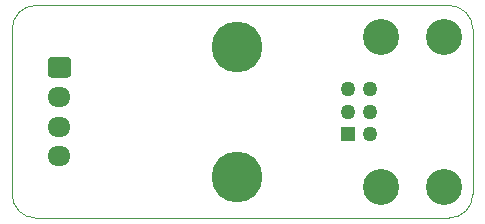
<source format=gbs>
G04 #@! TF.GenerationSoftware,KiCad,Pcbnew,(6.0.0-rc1-dev-1-g01c5bdfb8)*
G04 #@! TF.CreationDate,2019-01-02T15:00:54+01:00*
G04 #@! TF.ProjectId,nunchuk_breakout,6E756E6368756B5F627265616B6F7574,rev?*
G04 #@! TF.SameCoordinates,Original*
G04 #@! TF.FileFunction,Soldermask,Bot*
G04 #@! TF.FilePolarity,Negative*
%FSLAX46Y46*%
G04 Gerber Fmt 4.6, Leading zero omitted, Abs format (unit mm)*
G04 Created by KiCad (PCBNEW (6.0.0-rc1-dev-1-g01c5bdfb8)) date Wed Jan  2 15:00:54 2019*
%MOMM*%
%LPD*%
G01*
G04 APERTURE LIST*
%ADD10C,0.100000*%
%ADD11C,4.300000*%
%ADD12C,1.700000*%
%ADD13O,1.950000X1.700000*%
%ADD14R,1.270000X1.270000*%
%ADD15C,1.270000*%
%ADD16C,3.048000*%
G04 APERTURE END LIST*
D10*
X133000000Y-91000000D02*
G75*
G02X135000000Y-93000000I0J-2000000D01*
G01*
X135000000Y-107000000D02*
G75*
G02X133000000Y-109000000I-2000000J0D01*
G01*
X98000000Y-109000000D02*
G75*
G02X96000000Y-107000000I0J2000000D01*
G01*
X96000000Y-93000000D02*
G75*
G02X98000000Y-91000000I2000000J0D01*
G01*
X135000000Y-107000000D02*
X135000000Y-93000000D01*
X98000000Y-109000000D02*
X133000000Y-109000000D01*
X96000000Y-93000000D02*
X96000000Y-107000000D01*
X133000000Y-91000000D02*
X98000000Y-91000000D01*
D11*
G04 #@! TO.C,H2*
X115000000Y-105500000D03*
G04 #@! TD*
G04 #@! TO.C,H1*
X115000000Y-94500000D03*
G04 #@! TD*
D10*
G04 #@! TO.C,J2*
G36*
X100749504Y-95401204D02*
X100773773Y-95404804D01*
X100797571Y-95410765D01*
X100820671Y-95419030D01*
X100842849Y-95429520D01*
X100863893Y-95442133D01*
X100883598Y-95456747D01*
X100901777Y-95473223D01*
X100918253Y-95491402D01*
X100932867Y-95511107D01*
X100945480Y-95532151D01*
X100955970Y-95554329D01*
X100964235Y-95577429D01*
X100970196Y-95601227D01*
X100973796Y-95625496D01*
X100975000Y-95650000D01*
X100975000Y-96850000D01*
X100973796Y-96874504D01*
X100970196Y-96898773D01*
X100964235Y-96922571D01*
X100955970Y-96945671D01*
X100945480Y-96967849D01*
X100932867Y-96988893D01*
X100918253Y-97008598D01*
X100901777Y-97026777D01*
X100883598Y-97043253D01*
X100863893Y-97057867D01*
X100842849Y-97070480D01*
X100820671Y-97080970D01*
X100797571Y-97089235D01*
X100773773Y-97095196D01*
X100749504Y-97098796D01*
X100725000Y-97100000D01*
X99275000Y-97100000D01*
X99250496Y-97098796D01*
X99226227Y-97095196D01*
X99202429Y-97089235D01*
X99179329Y-97080970D01*
X99157151Y-97070480D01*
X99136107Y-97057867D01*
X99116402Y-97043253D01*
X99098223Y-97026777D01*
X99081747Y-97008598D01*
X99067133Y-96988893D01*
X99054520Y-96967849D01*
X99044030Y-96945671D01*
X99035765Y-96922571D01*
X99029804Y-96898773D01*
X99026204Y-96874504D01*
X99025000Y-96850000D01*
X99025000Y-95650000D01*
X99026204Y-95625496D01*
X99029804Y-95601227D01*
X99035765Y-95577429D01*
X99044030Y-95554329D01*
X99054520Y-95532151D01*
X99067133Y-95511107D01*
X99081747Y-95491402D01*
X99098223Y-95473223D01*
X99116402Y-95456747D01*
X99136107Y-95442133D01*
X99157151Y-95429520D01*
X99179329Y-95419030D01*
X99202429Y-95410765D01*
X99226227Y-95404804D01*
X99250496Y-95401204D01*
X99275000Y-95400000D01*
X100725000Y-95400000D01*
X100749504Y-95401204D01*
X100749504Y-95401204D01*
G37*
D12*
X100000000Y-96250000D03*
D13*
X100000000Y-98750000D03*
X100000000Y-101250000D03*
X100000000Y-103750000D03*
G04 #@! TD*
D14*
G04 #@! TO.C,P1*
X124412000Y-101905000D03*
D15*
X126317000Y-101905000D03*
X124412000Y-100000000D03*
X126317000Y-100000000D03*
X124412000Y-98095000D03*
X126317000Y-98095000D03*
D16*
X127206000Y-106350000D03*
X132540000Y-93650000D03*
X132540000Y-106350000D03*
X127206000Y-93650000D03*
G04 #@! TD*
M02*

</source>
